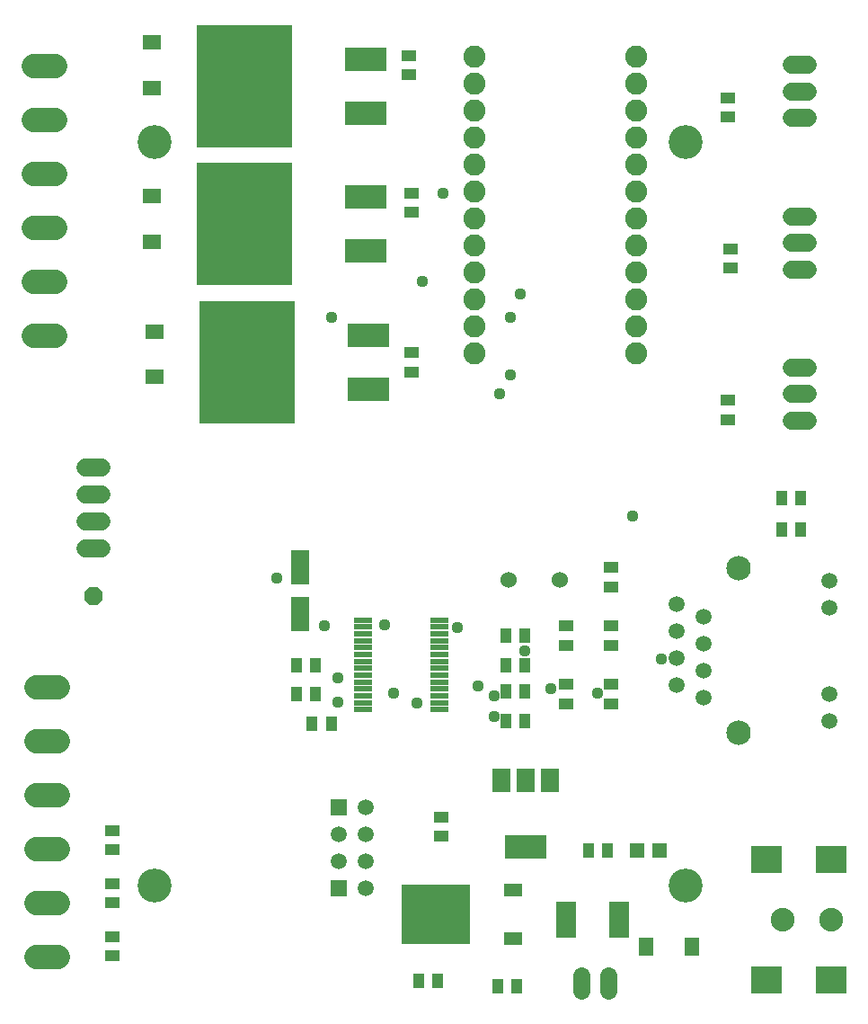
<source format=gbr>
G04 EAGLE Gerber RS-274X export*
G75*
%MOMM*%
%FSLAX34Y34*%
%LPD*%
%AMOC8*
5,1,8,0,0,1.08239X$1,22.5*%
G01*
%ADD10C,3.203200*%
%ADD11R,1.403200X1.003200*%
%ADD12R,1.403200X1.403200*%
%ADD13R,1.473200X1.673200*%
%ADD14R,1.003200X1.403200*%
%ADD15R,1.983200X3.403200*%
%ADD16R,1.701800X2.209800*%
%ADD17R,4.013200X2.209800*%
%ADD18R,3.003200X2.603200*%
%ADD19C,2.235200*%
%ADD20R,6.403200X5.603200*%
%ADD21R,1.803200X1.203200*%
%ADD22C,1.625600*%
%ADD23R,1.673200X1.473200*%
%ADD24R,4.013200X2.286000*%
%ADD25R,9.093200X11.633200*%
%ADD26C,1.727200*%
%ADD27R,1.511200X1.511200*%
%ADD28C,1.511200*%
%ADD29C,2.082800*%
%ADD30C,2.298700*%
%ADD31R,1.703200X0.603200*%
%ADD32C,1.524000*%
%ADD33R,1.803200X3.203200*%
%ADD34C,2.303200*%
%ADD35P,1.852186X8X292.500000*%
%ADD36C,1.109600*%


D10*
X172500Y832500D03*
X672500Y832500D03*
X172500Y132500D03*
X672500Y132500D03*
D11*
X442500Y178500D03*
X442500Y196500D03*
D12*
X648000Y165000D03*
X627000Y165000D03*
D13*
X679000Y75000D03*
X636000Y75000D03*
D14*
X439000Y42500D03*
X421000Y42500D03*
X599000Y165000D03*
X581000Y165000D03*
D15*
X609900Y100000D03*
X560100Y100000D03*
D16*
X545106Y231496D03*
X522246Y231496D03*
X499386Y231496D03*
D17*
X522500Y168504D03*
D18*
X810000Y43000D03*
X810000Y157000D03*
X749000Y43000D03*
X749000Y157000D03*
D19*
X810000Y100000D03*
X764280Y100000D03*
D20*
X437500Y105000D03*
D21*
X510500Y82200D03*
X510500Y127800D03*
D14*
X496000Y37500D03*
X514000Y37500D03*
D22*
X600200Y32888D02*
X600200Y47112D01*
X574800Y47112D02*
X574800Y32888D01*
D11*
X412500Y914000D03*
X412500Y896000D03*
D23*
X170000Y883500D03*
X170000Y926500D03*
D24*
X371400Y859600D03*
X371400Y910400D03*
D25*
X257100Y885000D03*
D11*
X712500Y589000D03*
X712500Y571000D03*
D26*
X772380Y620000D02*
X787620Y620000D01*
X787620Y595000D02*
X772380Y595000D01*
X772380Y570000D02*
X787620Y570000D01*
D11*
X715000Y731500D03*
X715000Y713500D03*
D26*
X772380Y762500D02*
X787620Y762500D01*
X787620Y737500D02*
X772380Y737500D01*
X772380Y712500D02*
X787620Y712500D01*
D11*
X415000Y784000D03*
X415000Y766000D03*
D23*
X170000Y738500D03*
X170000Y781500D03*
D24*
X371400Y729600D03*
X371400Y780400D03*
D25*
X257100Y755000D03*
D27*
X346375Y129250D03*
X346375Y205450D03*
D28*
X346375Y154650D03*
X346375Y180050D03*
X371775Y180050D03*
X371775Y154650D03*
X371775Y129250D03*
X371775Y205450D03*
D29*
X626200Y633000D03*
X626200Y658400D03*
X626200Y683800D03*
X626200Y709200D03*
X626200Y734600D03*
X626200Y760000D03*
X626200Y785400D03*
X626200Y810800D03*
X626200Y836200D03*
X626200Y861600D03*
X626200Y887000D03*
X626200Y912400D03*
X473800Y912400D03*
X473800Y887000D03*
X473800Y861600D03*
X473800Y836200D03*
X473800Y810800D03*
X473800Y785400D03*
X473800Y760000D03*
X473800Y734600D03*
X473800Y709200D03*
X473800Y683800D03*
X473800Y658400D03*
X473800Y633000D03*
D30*
X78778Y904500D02*
X57823Y904500D01*
X57823Y853700D02*
X78778Y853700D01*
X78778Y650500D02*
X57823Y650500D01*
X57823Y802900D02*
X78778Y802900D01*
X78778Y752100D02*
X57823Y752100D01*
X57823Y701300D02*
X78778Y701300D01*
X81278Y319500D02*
X60323Y319500D01*
X60323Y268700D02*
X81278Y268700D01*
X81278Y65500D02*
X60323Y65500D01*
X60323Y217900D02*
X81278Y217900D01*
X81278Y167100D02*
X60323Y167100D01*
X60323Y116300D02*
X81278Y116300D01*
D11*
X415000Y634000D03*
X415000Y616000D03*
D23*
X172500Y611000D03*
X172500Y654000D03*
D24*
X373900Y599600D03*
X373900Y650400D03*
D25*
X259600Y625000D03*
D11*
X712500Y874000D03*
X712500Y856000D03*
D26*
X772380Y905000D02*
X787620Y905000D01*
X787620Y880000D02*
X772380Y880000D01*
X772380Y855000D02*
X787620Y855000D01*
D11*
X132500Y184000D03*
X132500Y166000D03*
X132500Y134000D03*
X132500Y116000D03*
X132500Y84000D03*
X132500Y66000D03*
D31*
X368750Y382250D03*
X368750Y375750D03*
X368750Y369250D03*
X368750Y362750D03*
X368750Y356250D03*
X368750Y349750D03*
X368750Y343250D03*
X368750Y336750D03*
X368750Y330250D03*
X368750Y323750D03*
X368750Y317250D03*
X368750Y310750D03*
X368750Y304250D03*
X368750Y297750D03*
X441250Y297750D03*
X441250Y304250D03*
X441250Y310750D03*
X441250Y317250D03*
X441250Y323750D03*
X441250Y330250D03*
X441250Y336750D03*
X441250Y343250D03*
X441250Y349750D03*
X441250Y356250D03*
X441250Y362750D03*
X441250Y369250D03*
X441250Y375750D03*
X441250Y382250D03*
D14*
X324000Y312500D03*
X306000Y312500D03*
X324000Y340000D03*
X306000Y340000D03*
X339000Y285000D03*
X321000Y285000D03*
D32*
X505870Y420000D03*
X554130Y420000D03*
D14*
X503500Y340000D03*
X521500Y340000D03*
X503500Y367500D03*
X521500Y367500D03*
D11*
X560000Y358500D03*
X560000Y376500D03*
X602500Y358500D03*
X602500Y376500D03*
X602500Y303500D03*
X602500Y321500D03*
X560000Y303500D03*
X560000Y321500D03*
D14*
X521500Y315000D03*
X503500Y315000D03*
D11*
X602500Y431500D03*
X602500Y413500D03*
D14*
X521500Y287500D03*
X503500Y287500D03*
D33*
X310000Y388000D03*
X310000Y432000D03*
D14*
X781500Y467500D03*
X763500Y467500D03*
X781500Y497500D03*
X763500Y497500D03*
D34*
X722700Y275750D03*
X722700Y430650D03*
D28*
X808400Y419450D03*
X808400Y394050D03*
X808400Y312350D03*
X808400Y286950D03*
X664300Y397600D03*
X664300Y372200D03*
X664300Y346800D03*
X664300Y321400D03*
X689700Y385000D03*
X689700Y359600D03*
X689700Y334200D03*
X689700Y308800D03*
D26*
X122620Y449400D02*
X107380Y449400D01*
X107380Y474800D02*
X122620Y474800D01*
X122620Y500200D02*
X107380Y500200D01*
X107380Y525600D02*
X122620Y525600D01*
D35*
X115000Y405000D03*
D36*
X424875Y701250D03*
X492250Y310750D03*
X492250Y291500D03*
X521125Y353375D03*
X477125Y320375D03*
X389125Y378125D03*
X507375Y613250D03*
X507375Y666875D03*
X332750Y376750D03*
X287375Y422125D03*
X339625Y666875D03*
X497750Y595375D03*
X517000Y688875D03*
X444125Y783750D03*
X345000Y305000D03*
X345000Y327500D03*
X397375Y313500D03*
X589875Y313500D03*
X650375Y345125D03*
X419375Y303875D03*
X545875Y317625D03*
X457500Y375000D03*
X622500Y480000D03*
M02*

</source>
